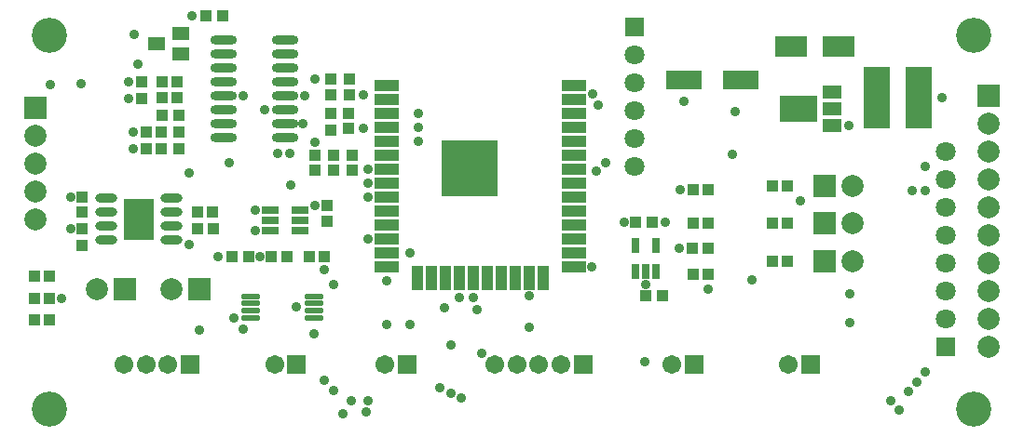
<source format=gts>
G04 Layer_Color=8388736*
%FSLAX43Y43*%
%MOMM*%
G71*
G01*
G75*
%ADD48R,3.203X1.803*%
%ADD49R,3.503X2.403*%
%ADD50R,1.703X1.203*%
%ADD51R,0.803X1.403*%
%ADD52R,2.703X3.703*%
%ADD53O,2.003X0.803*%
%ADD54O,1.753X0.553*%
%ADD55R,1.103X1.103*%
%ADD56R,1.103X1.103*%
%ADD57R,1.603X1.203*%
G04:AMPARAMS|DCode=58|XSize=2.403mm|YSize=0.803mm|CornerRadius=0.402mm|HoleSize=0mm|Usage=FLASHONLY|Rotation=180.000|XOffset=0mm|YOffset=0mm|HoleType=Round|Shape=RoundedRectangle|*
%AMROUNDEDRECTD58*
21,1,2.403,0.000,0,0,180.0*
21,1,1.600,0.803,0,0,180.0*
1,1,0.803,-0.800,0.000*
1,1,0.803,0.800,0.000*
1,1,0.803,0.800,0.000*
1,1,0.803,-0.800,0.000*
%
%ADD58ROUNDEDRECTD58*%
%ADD59R,5.203X5.203*%
%ADD60R,2.203X1.103*%
%ADD61R,1.103X2.203*%
%ADD62R,1.503X0.803*%
%ADD63R,2.853X1.953*%
%ADD64R,2.353X5.703*%
%ADD65C,1.803*%
%ADD66R,1.803X1.803*%
%ADD67R,1.703X1.703*%
%ADD68C,1.703*%
%ADD69C,3.203*%
%ADD70C,2.003*%
%ADD71R,2.003X2.003*%
%ADD72R,2.003X2.003*%
%ADD73C,0.903*%
D48*
X60700Y32950D02*
D03*
X65800D02*
D03*
D49*
X71050Y30325D02*
D03*
D50*
X74150Y31825D02*
D03*
Y28825D02*
D03*
Y30325D02*
D03*
D51*
X57225Y15500D02*
D03*
X56275Y17900D02*
D03*
X58175D02*
D03*
Y15500D02*
D03*
X56275D02*
D03*
D52*
X11175Y20275D02*
D03*
D53*
X8201Y22174D02*
D03*
Y20904D02*
D03*
Y19634D02*
D03*
Y18364D02*
D03*
X14145Y22174D02*
D03*
Y20904D02*
D03*
Y19634D02*
D03*
Y18364D02*
D03*
D54*
X27025Y11325D02*
D03*
Y11975D02*
D03*
Y12625D02*
D03*
Y13275D02*
D03*
X21275Y11325D02*
D03*
Y11975D02*
D03*
Y12625D02*
D03*
Y13275D02*
D03*
D55*
X30525Y26110D02*
D03*
Y24710D02*
D03*
X14825Y26700D02*
D03*
Y28200D02*
D03*
X11375Y31250D02*
D03*
Y32750D02*
D03*
X30250Y33075D02*
D03*
Y31575D02*
D03*
X28575Y33075D02*
D03*
Y31575D02*
D03*
X30200Y29920D02*
D03*
Y28520D02*
D03*
X28575Y28420D02*
D03*
Y29920D02*
D03*
X28850Y26110D02*
D03*
Y24710D02*
D03*
X27175D02*
D03*
Y26110D02*
D03*
X5998Y19425D02*
D03*
Y17925D02*
D03*
X5998Y20904D02*
D03*
Y22304D02*
D03*
X28275Y21550D02*
D03*
Y20050D02*
D03*
D56*
X13225Y31325D02*
D03*
X14625D02*
D03*
Y32750D02*
D03*
X13225D02*
D03*
X13200Y26700D02*
D03*
X11800D02*
D03*
X13200Y28200D02*
D03*
X11800D02*
D03*
X14775Y29725D02*
D03*
X13275D02*
D03*
X17275Y38800D02*
D03*
X18775D02*
D03*
X61500Y22950D02*
D03*
X62900D02*
D03*
X70100Y16475D02*
D03*
X68700D02*
D03*
X70100Y23320D02*
D03*
X68700D02*
D03*
X70100Y19900D02*
D03*
X68700D02*
D03*
X3050Y15125D02*
D03*
X1650D02*
D03*
X3050Y11075D02*
D03*
X1650D02*
D03*
Y13100D02*
D03*
X3050D02*
D03*
X16473Y20919D02*
D03*
X17873D02*
D03*
X16523Y19419D02*
D03*
X17923D02*
D03*
X24575Y16900D02*
D03*
X23175D02*
D03*
X28025Y16900D02*
D03*
X26625D02*
D03*
X21100D02*
D03*
X19600D02*
D03*
X57800Y19975D02*
D03*
X56300D02*
D03*
X57225Y13350D02*
D03*
X58725D02*
D03*
X62900Y15300D02*
D03*
X61500D02*
D03*
Y19925D02*
D03*
X62900D02*
D03*
X61400Y17662D02*
D03*
X62900D02*
D03*
D57*
X14925Y37200D02*
D03*
Y35300D02*
D03*
X12725Y36250D02*
D03*
D58*
X18825Y36570D02*
D03*
Y35300D02*
D03*
Y34030D02*
D03*
Y32760D02*
D03*
Y31490D02*
D03*
Y30220D02*
D03*
Y28950D02*
D03*
Y27680D02*
D03*
X24425D02*
D03*
Y28950D02*
D03*
Y30220D02*
D03*
Y31490D02*
D03*
Y32760D02*
D03*
Y34030D02*
D03*
Y35300D02*
D03*
Y36570D02*
D03*
D59*
X41190Y24960D02*
D03*
D60*
X33690Y32460D02*
D03*
Y31190D02*
D03*
Y29920D02*
D03*
Y28650D02*
D03*
Y27380D02*
D03*
Y26110D02*
D03*
Y15950D02*
D03*
Y17220D02*
D03*
Y18490D02*
D03*
Y19760D02*
D03*
Y21030D02*
D03*
Y22300D02*
D03*
Y23570D02*
D03*
Y24840D02*
D03*
X50690D02*
D03*
Y23570D02*
D03*
Y22300D02*
D03*
Y21030D02*
D03*
Y19760D02*
D03*
Y18490D02*
D03*
Y17220D02*
D03*
Y15950D02*
D03*
Y26110D02*
D03*
Y27380D02*
D03*
Y28650D02*
D03*
Y29920D02*
D03*
Y31190D02*
D03*
Y32460D02*
D03*
D61*
X42825Y14950D02*
D03*
X44095D02*
D03*
X45365D02*
D03*
X46635D02*
D03*
X47905D02*
D03*
X41555D02*
D03*
X40285D02*
D03*
X39015D02*
D03*
X37745D02*
D03*
X36475D02*
D03*
D62*
X23075Y21150D02*
D03*
Y19250D02*
D03*
X25775D02*
D03*
Y21150D02*
D03*
X23075Y20200D02*
D03*
X25775D02*
D03*
D63*
X70425Y36000D02*
D03*
X74725D02*
D03*
D64*
X78175Y31325D02*
D03*
X82025D02*
D03*
D65*
X84475Y26400D02*
D03*
Y21320D02*
D03*
Y18780D02*
D03*
Y11160D02*
D03*
Y13700D02*
D03*
Y16240D02*
D03*
Y23860D02*
D03*
X56200Y30155D02*
D03*
Y32695D02*
D03*
Y35235D02*
D03*
Y27615D02*
D03*
Y25075D02*
D03*
D66*
X84475Y8620D02*
D03*
X56200Y37775D02*
D03*
D67*
X15800Y7050D02*
D03*
X61580D02*
D03*
X25470D02*
D03*
X35540D02*
D03*
X72150D02*
D03*
X51510D02*
D03*
D68*
X13800D02*
D03*
X11800D02*
D03*
X9800D02*
D03*
X59580D02*
D03*
X23470D02*
D03*
X33540D02*
D03*
X70150D02*
D03*
X43510D02*
D03*
X45510D02*
D03*
X47510D02*
D03*
X49510D02*
D03*
D69*
X87000Y3000D02*
D03*
Y37000D02*
D03*
X3000D02*
D03*
Y3000D02*
D03*
D70*
X75995Y23325D02*
D03*
Y16475D02*
D03*
Y19900D02*
D03*
X7330Y13900D02*
D03*
X14130D02*
D03*
X88400Y26400D02*
D03*
Y23860D02*
D03*
Y21320D02*
D03*
Y18780D02*
D03*
Y16240D02*
D03*
Y13700D02*
D03*
Y11160D02*
D03*
Y28940D02*
D03*
Y8620D02*
D03*
X1750Y22810D02*
D03*
Y25350D02*
D03*
Y27890D02*
D03*
Y20270D02*
D03*
D71*
X73455Y23325D02*
D03*
Y16475D02*
D03*
Y19900D02*
D03*
X9870Y13900D02*
D03*
X16670D02*
D03*
D72*
X88400Y31480D02*
D03*
X1750Y30430D02*
D03*
D73*
X10725Y37141D02*
D03*
X11047Y34411D02*
D03*
X5868Y32619D02*
D03*
X3089Y32551D02*
D03*
X40475Y3988D02*
D03*
X16670Y10200D02*
D03*
X42300Y8050D02*
D03*
X52400Y31675D02*
D03*
X39500Y8850D02*
D03*
X41850Y12075D02*
D03*
X20625Y10275D02*
D03*
X19775Y11325D02*
D03*
X26240Y31490D02*
D03*
X26070Y28950D02*
D03*
X19325Y25450D02*
D03*
X66850Y14775D02*
D03*
X10175Y31250D02*
D03*
X10675Y28200D02*
D03*
Y26700D02*
D03*
X55250Y19975D02*
D03*
X65059Y26175D02*
D03*
X24925Y23400D02*
D03*
X27050Y9875D02*
D03*
X33690Y10725D02*
D03*
X57150Y7300D02*
D03*
X65309Y30075D02*
D03*
X62900Y13950D02*
D03*
X84167Y31325D02*
D03*
X81425Y22900D02*
D03*
X60225Y17662D02*
D03*
X23800Y26250D02*
D03*
X24900D02*
D03*
X22610Y30220D02*
D03*
X18325Y16900D02*
D03*
X27975Y15650D02*
D03*
Y5575D02*
D03*
X28850Y14300D02*
D03*
X27150Y21550D02*
D03*
X28850Y4675D02*
D03*
X10200Y32750D02*
D03*
X25450Y12300D02*
D03*
X21750Y19250D02*
D03*
Y21150D02*
D03*
X22138Y16900D02*
D03*
X15750Y24483D02*
D03*
Y17975D02*
D03*
X4925Y19425D02*
D03*
X4123Y13100D02*
D03*
X4925Y22304D02*
D03*
X80275Y2875D02*
D03*
X39475Y4467D02*
D03*
X38485Y4975D02*
D03*
X29671Y2529D02*
D03*
X31960Y23570D02*
D03*
X30425Y3750D02*
D03*
X31800Y2700D02*
D03*
X79500Y3750D02*
D03*
X31960Y3790D02*
D03*
Y18490D02*
D03*
X81050Y4575D02*
D03*
X33690Y14675D02*
D03*
X31960Y24840D02*
D03*
Y22300D02*
D03*
X81850Y5425D02*
D03*
X35800Y10725D02*
D03*
Y17220D02*
D03*
X38920Y12225D02*
D03*
X40285Y13125D02*
D03*
X82625Y6375D02*
D03*
X41555Y13125D02*
D03*
X20640Y31490D02*
D03*
X16000Y38800D02*
D03*
X27175Y27325D02*
D03*
X31530Y31565D02*
D03*
Y28520D02*
D03*
X71300Y21925D02*
D03*
X82625Y25120D02*
D03*
Y22925D02*
D03*
X75750Y13500D02*
D03*
Y10825D02*
D03*
X46635Y10440D02*
D03*
Y13340D02*
D03*
X57225Y14375D02*
D03*
X52325Y15950D02*
D03*
X58975Y19975D02*
D03*
X60325Y22950D02*
D03*
X52750Y24625D02*
D03*
X53550Y25400D02*
D03*
X43000Y23150D02*
D03*
X41190D02*
D03*
X39380D02*
D03*
X43000Y26770D02*
D03*
X39380D02*
D03*
X41190D02*
D03*
X39380Y24960D02*
D03*
X43000D02*
D03*
X41190D02*
D03*
X36520Y27380D02*
D03*
Y28650D02*
D03*
X60700Y31000D02*
D03*
X75625Y28825D02*
D03*
X52855Y30700D02*
D03*
X36520Y29920D02*
D03*
X27125Y33075D02*
D03*
M02*

</source>
